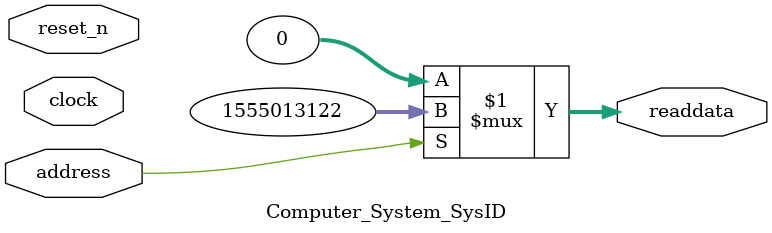
<source format=v>



// synthesis translate_off
`timescale 1ns / 1ps
// synthesis translate_on

// turn off superfluous verilog processor warnings 
// altera message_level Level1 
// altera message_off 10034 10035 10036 10037 10230 10240 10030 

module Computer_System_SysID (
               // inputs:
                address,
                clock,
                reset_n,

               // outputs:
                readdata
             )
;

  output  [ 31: 0] readdata;
  input            address;
  input            clock;
  input            reset_n;

  wire    [ 31: 0] readdata;
  //control_slave, which is an e_avalon_slave
  assign readdata = address ? 1555013122 : 0;

endmodule



</source>
